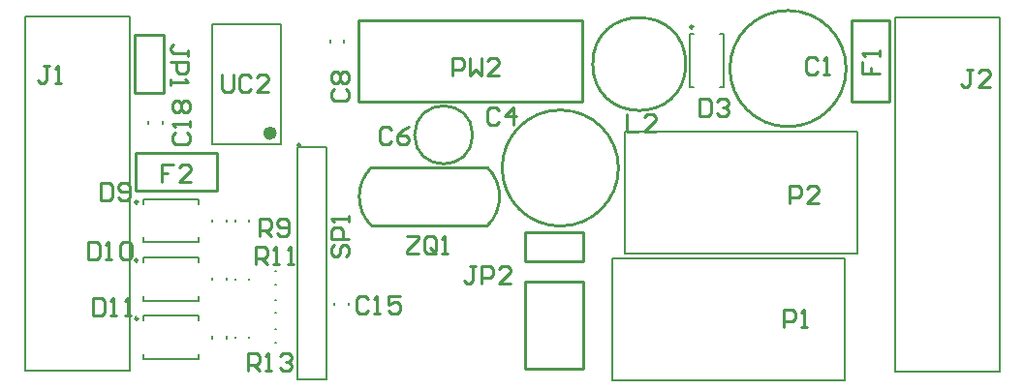
<source format=gto>
G04 Layer_Color=65535*
%FSLAX43Y43*%
%MOMM*%
G71*
G01*
G75*
%ADD49C,0.600*%
%ADD53C,0.254*%
%ADD54C,0.250*%
%ADD55C,0.127*%
%ADD56C,0.200*%
D49*
X52125Y54850D02*
G03*
X52125Y54850I-300J0D01*
G01*
D53*
X82280Y51800D02*
G03*
X82280Y51800I-5080J0D01*
G01*
X88164Y60900D02*
G03*
X88164Y60900I-4064J0D01*
G01*
X60680Y51840D02*
G03*
X60680Y46760I2540J-2540D01*
G01*
X70840D02*
G03*
X70840Y51840I-2540J2540D01*
G01*
X102180Y60500D02*
G03*
X102180Y60500I-5080J0D01*
G01*
X69540Y54700D02*
G03*
X69540Y54700I-2540J0D01*
G01*
X74130Y41870D02*
X79210D01*
Y34250D02*
Y41870D01*
X74130Y34250D02*
X79210D01*
X74130D02*
Y41870D01*
X79210Y43630D02*
Y46170D01*
X74130D02*
X79210D01*
X74130Y43630D02*
Y46170D01*
Y43630D02*
X79210D01*
X60680Y46760D02*
X70840D01*
X60680Y51840D02*
X70840D01*
X102614Y57584D02*
X105916D01*
X102614D02*
Y64696D01*
X105916D01*
Y57584D02*
Y64696D01*
X59600Y64700D02*
X79100D01*
X59600Y57600D02*
Y64700D01*
Y57600D02*
X79100D01*
Y64700D01*
X40030Y58390D02*
X42570D01*
Y63470D01*
X40030D02*
X42570D01*
X40030Y58390D02*
Y63470D01*
X40084Y49784D02*
Y53086D01*
X47196D01*
Y49784D02*
Y53086D01*
X40084Y49784D02*
X47196D01*
X43416Y52124D02*
X42400D01*
Y51362D01*
X42908D01*
X42400D01*
Y50600D01*
X44939D02*
X43924D01*
X44939Y51616D01*
Y51870D01*
X44685Y52124D01*
X44177D01*
X43924Y51870D01*
X36400Y40424D02*
Y38900D01*
X37162D01*
X37416Y39154D01*
Y40170D01*
X37162Y40424D01*
X36400D01*
X37924Y38900D02*
X38431D01*
X38177D01*
Y40424D01*
X37924Y40170D01*
X39193Y38900D02*
X39701D01*
X39447D01*
Y40424D01*
X39193Y40170D01*
X35900Y45324D02*
Y43800D01*
X36662D01*
X36916Y44054D01*
Y45070D01*
X36662Y45324D01*
X35900D01*
X37424Y43800D02*
X37931D01*
X37677D01*
Y45324D01*
X37424Y45070D01*
X38693D02*
X38947Y45324D01*
X39455D01*
X39709Y45070D01*
Y44054D01*
X39455Y43800D01*
X38947D01*
X38693Y44054D01*
Y45070D01*
X37000Y50524D02*
Y49000D01*
X37762D01*
X38016Y49254D01*
Y50270D01*
X37762Y50524D01*
X37000D01*
X38524Y49254D02*
X38777Y49000D01*
X39285D01*
X39539Y49254D01*
Y50270D01*
X39285Y50524D01*
X38777D01*
X38524Y50270D01*
Y50016D01*
X38777Y49762D01*
X39539D01*
X63800Y45824D02*
X64816D01*
Y45570D01*
X63800Y44554D01*
Y44300D01*
X64816D01*
X66339Y44554D02*
Y45570D01*
X66085Y45824D01*
X65577D01*
X65324Y45570D01*
Y44554D01*
X65577Y44300D01*
X66085D01*
X65831Y44808D02*
X66339Y44300D01*
X66085D02*
X66339Y44554D01*
X66847Y44300D02*
X67355D01*
X67101D01*
Y45824D01*
X66847Y45570D01*
X47600Y59989D02*
Y58719D01*
X47854Y58465D01*
X48362D01*
X48616Y58719D01*
Y59989D01*
X50139Y59735D02*
X49885Y59989D01*
X49377D01*
X49124Y59735D01*
Y58719D01*
X49377Y58465D01*
X49885D01*
X50139Y58719D01*
X51663Y58465D02*
X50647D01*
X51663Y59481D01*
Y59735D01*
X51409Y59989D01*
X50901D01*
X50647Y59735D01*
X49900Y34100D02*
Y35624D01*
X50662D01*
X50916Y35370D01*
Y34862D01*
X50662Y34608D01*
X49900D01*
X50408D02*
X50916Y34100D01*
X51424D02*
X51931D01*
X51677D01*
Y35624D01*
X51424Y35370D01*
X52693D02*
X52947Y35624D01*
X53455D01*
X53709Y35370D01*
Y35116D01*
X53455Y34862D01*
X53201D01*
X53455D01*
X53709Y34608D01*
Y34354D01*
X53455Y34100D01*
X52947D01*
X52693Y34354D01*
X50600Y43400D02*
Y44924D01*
X51362D01*
X51616Y44670D01*
Y44162D01*
X51362Y43908D01*
X50600D01*
X51108D02*
X51616Y43400D01*
X52124D02*
X52631D01*
X52377D01*
Y44924D01*
X52124Y44670D01*
X53393Y43400D02*
X53901D01*
X53647D01*
Y44924D01*
X53393Y44670D01*
X50900Y45800D02*
Y47324D01*
X51662D01*
X51916Y47070D01*
Y46562D01*
X51662Y46308D01*
X50900D01*
X51408D02*
X51916Y45800D01*
X52424Y46054D02*
X52677Y45800D01*
X53185D01*
X53439Y46054D01*
Y47070D01*
X53185Y47324D01*
X52677D01*
X52424Y47070D01*
Y46816D01*
X52677Y46562D01*
X53439D01*
X67800Y59900D02*
Y61424D01*
X68562D01*
X68816Y61170D01*
Y60662D01*
X68562Y60408D01*
X67800D01*
X69324Y61424D02*
Y59900D01*
X69831Y60408D01*
X70339Y59900D01*
Y61424D01*
X71863Y59900D02*
X70847D01*
X71863Y60916D01*
Y61170D01*
X71609Y61424D01*
X71101D01*
X70847Y61170D01*
X96700Y37900D02*
Y39424D01*
X97462D01*
X97716Y39170D01*
Y38662D01*
X97462Y38408D01*
X96700D01*
X98224Y37900D02*
X98731D01*
X98477D01*
Y39424D01*
X98224Y39170D01*
X83000Y56524D02*
Y55000D01*
X84016D01*
X85539D02*
X84524D01*
X85539Y56016D01*
Y56270D01*
X85285Y56524D01*
X84777D01*
X84524Y56270D01*
X69816Y43224D02*
X69308D01*
X69562D01*
Y41954D01*
X69308Y41700D01*
X69054D01*
X68800Y41954D01*
X70324Y41700D02*
Y43224D01*
X71085D01*
X71339Y42970D01*
Y42462D01*
X71085Y42208D01*
X70324D01*
X72863Y41700D02*
X71847D01*
X72863Y42716D01*
Y42970D01*
X72609Y43224D01*
X72101D01*
X71847Y42970D01*
X44624Y61584D02*
Y62092D01*
Y61838D01*
X43354D01*
X43100Y62092D01*
Y62346D01*
X43354Y62600D01*
X43100Y61076D02*
X44624D01*
Y60315D01*
X44370Y60061D01*
X43862D01*
X43608Y60315D01*
Y61076D01*
X43100Y59553D02*
Y59045D01*
Y59299D01*
X44624D01*
X44370Y59553D01*
X113216Y60424D02*
X112708D01*
X112962D01*
Y59154D01*
X112708Y58900D01*
X112454D01*
X112200Y59154D01*
X114739Y58900D02*
X113724D01*
X114739Y59916D01*
Y60170D01*
X114485Y60424D01*
X113977D01*
X113724Y60170D01*
X32516Y60724D02*
X32008D01*
X32262D01*
Y59454D01*
X32008Y59200D01*
X31754D01*
X31500Y59454D01*
X33024Y59200D02*
X33531D01*
X33277D01*
Y60724D01*
X33024Y60470D01*
X103576Y61116D02*
Y60100D01*
X104338D01*
Y60608D01*
Y60100D01*
X105100D01*
Y61624D02*
Y62131D01*
Y61877D01*
X103576D01*
X103830Y61624D01*
X89400Y57824D02*
Y56300D01*
X90162D01*
X90416Y56554D01*
Y57570D01*
X90162Y57824D01*
X89400D01*
X90924Y57570D02*
X91177Y57824D01*
X91685D01*
X91939Y57570D01*
Y57316D01*
X91685Y57062D01*
X91431D01*
X91685D01*
X91939Y56808D01*
Y56554D01*
X91685Y56300D01*
X91177D01*
X90924Y56554D01*
X60416Y40370D02*
X60162Y40624D01*
X59654D01*
X59400Y40370D01*
Y39354D01*
X59654Y39100D01*
X60162D01*
X60416Y39354D01*
X60924Y39100D02*
X61431D01*
X61177D01*
Y40624D01*
X60924Y40370D01*
X63209Y40624D02*
X62193D01*
Y39862D01*
X62701Y40116D01*
X62955D01*
X63209Y39862D01*
Y39354D01*
X62955Y39100D01*
X62447D01*
X62193Y39354D01*
X57430Y58716D02*
X57176Y58462D01*
Y57954D01*
X57430Y57700D01*
X58446D01*
X58700Y57954D01*
Y58462D01*
X58446Y58716D01*
X57430Y59224D02*
X57176Y59477D01*
Y59985D01*
X57430Y60239D01*
X57684D01*
X57938Y59985D01*
X58192Y60239D01*
X58446D01*
X58700Y59985D01*
Y59477D01*
X58446Y59224D01*
X58192D01*
X57938Y59477D01*
X57684Y59224D01*
X57430D01*
X57938Y59477D02*
Y59985D01*
X62416Y55170D02*
X62162Y55424D01*
X61654D01*
X61400Y55170D01*
Y54154D01*
X61654Y53900D01*
X62162D01*
X62416Y54154D01*
X63939Y55424D02*
X63431Y55170D01*
X62924Y54662D01*
Y54154D01*
X63177Y53900D01*
X63685D01*
X63939Y54154D01*
Y54408D01*
X63685Y54662D01*
X62924D01*
X71816Y56870D02*
X71562Y57124D01*
X71054D01*
X70800Y56870D01*
Y55854D01*
X71054Y55600D01*
X71562D01*
X71816Y55854D01*
X73085Y55600D02*
Y57124D01*
X72324Y56362D01*
X73339D01*
X99716Y61270D02*
X99462Y61524D01*
X98954D01*
X98700Y61270D01*
Y60254D01*
X98954Y60000D01*
X99462D01*
X99716Y60254D01*
X100224Y60000D02*
X100731D01*
X100477D01*
Y61524D01*
X100224Y61270D01*
X57430Y45116D02*
X57176Y44862D01*
Y44354D01*
X57430Y44100D01*
X57684D01*
X57938Y44354D01*
Y44862D01*
X58192Y45116D01*
X58446D01*
X58700Y44862D01*
Y44354D01*
X58446Y44100D01*
X58700Y45624D02*
X57176D01*
Y46385D01*
X57430Y46639D01*
X57938D01*
X58192Y46385D01*
Y45624D01*
X58700Y47147D02*
Y47655D01*
Y47401D01*
X57176D01*
X57430Y47147D01*
X97200Y48700D02*
Y50224D01*
X97962D01*
X98216Y49970D01*
Y49462D01*
X97962Y49208D01*
X97200D01*
X99739Y48700D02*
X98724D01*
X99739Y49716D01*
Y49970D01*
X99485Y50224D01*
X98977D01*
X98724Y49970D01*
X43530Y54916D02*
X43276Y54662D01*
Y54154D01*
X43530Y53900D01*
X44546D01*
X44800Y54154D01*
Y54662D01*
X44546Y54916D01*
X44800Y55424D02*
Y55931D01*
Y55677D01*
X43276D01*
X43530Y55424D01*
Y56693D02*
X43276Y56947D01*
Y57455D01*
X43530Y57709D01*
X43784D01*
X44038Y57455D01*
X44292Y57709D01*
X44546D01*
X44800Y57455D01*
Y56947D01*
X44546Y56693D01*
X44292D01*
X44038Y56947D01*
X43784Y56693D01*
X43530D01*
X44038Y56947D02*
Y57455D01*
D54*
X54500Y53805D02*
G03*
X54500Y53805I-125J0D01*
G01*
X40275Y38625D02*
G03*
X40275Y38625I-125J0D01*
G01*
Y43725D02*
G03*
X40275Y43725I-125J0D01*
G01*
Y48825D02*
G03*
X40275Y48825I-125J0D01*
G01*
X88800Y64150D02*
G03*
X88800Y64150I-125J0D01*
G01*
D55*
X102050Y33256D02*
Y43924D01*
X81730Y33256D02*
X102050D01*
X81730D02*
Y43924D01*
X102050D01*
X106428Y34006D02*
Y64994D01*
Y34006D02*
X115572D01*
Y64994D01*
X106428D02*
X115572D01*
X30428Y34106D02*
Y65094D01*
Y34106D02*
X39572D01*
Y65094D01*
X30428D02*
X39572D01*
X103150Y44356D02*
Y55024D01*
X82830Y44356D02*
X103150D01*
X82830D02*
Y55024D01*
X103150D01*
X54230Y53650D02*
X56770D01*
Y33330D02*
Y53650D01*
X54230Y33330D02*
X56770D01*
X54230D02*
Y53650D01*
D56*
X48825Y36950D02*
Y37050D01*
X49975Y36950D02*
Y37050D01*
X46775Y42000D02*
Y42200D01*
X48025Y42000D02*
Y42200D01*
X48825Y42050D02*
Y42150D01*
X49975Y42050D02*
Y42150D01*
X58725Y39800D02*
Y40000D01*
X57475Y39800D02*
Y40000D01*
X46775Y64350D02*
X52825D01*
X46775Y53850D02*
X52825D01*
X46775D02*
Y64350D01*
X52825Y53850D02*
Y64350D01*
X40800Y38900D02*
X45600D01*
X40800Y35100D02*
X45600D01*
X40800Y38475D02*
Y38900D01*
X45600Y38475D02*
Y38900D01*
X40800Y35100D02*
Y35525D01*
X45600Y35100D02*
Y35525D01*
X40800Y44000D02*
X45600D01*
X40800Y40200D02*
X45600D01*
X40800Y43575D02*
Y44000D01*
X45600Y43575D02*
Y44000D01*
X40800Y40200D02*
Y40625D01*
X45600Y40200D02*
Y40625D01*
X40800Y49100D02*
X45600D01*
X40800Y45300D02*
X45600D01*
X40800Y48675D02*
Y49100D01*
X45600Y48675D02*
Y49100D01*
X40800Y45300D02*
Y45725D01*
X45600Y45300D02*
Y45725D01*
X52250Y37675D02*
X52350D01*
X52250Y36525D02*
X52350D01*
X52250Y42775D02*
X52350D01*
X52250Y41625D02*
X52350D01*
X52250Y40275D02*
X52350D01*
X52250Y39125D02*
X52350D01*
X46775Y36900D02*
Y37100D01*
X48025Y36900D02*
Y37100D01*
X46775Y47100D02*
Y47300D01*
X48025Y47100D02*
Y47300D01*
X48825Y47150D02*
Y47250D01*
X49975Y47150D02*
Y47250D01*
X42425Y55700D02*
Y55900D01*
X41175Y55700D02*
Y55900D01*
X57075Y62800D02*
Y63000D01*
X58325Y62800D02*
Y63000D01*
X91175Y63500D02*
X91450D01*
X91175Y58900D02*
X91450D01*
X88550Y63500D02*
X88825D01*
X88550Y58900D02*
X88825D01*
X91450D02*
Y63500D01*
X88550Y58900D02*
Y63500D01*
M02*

</source>
